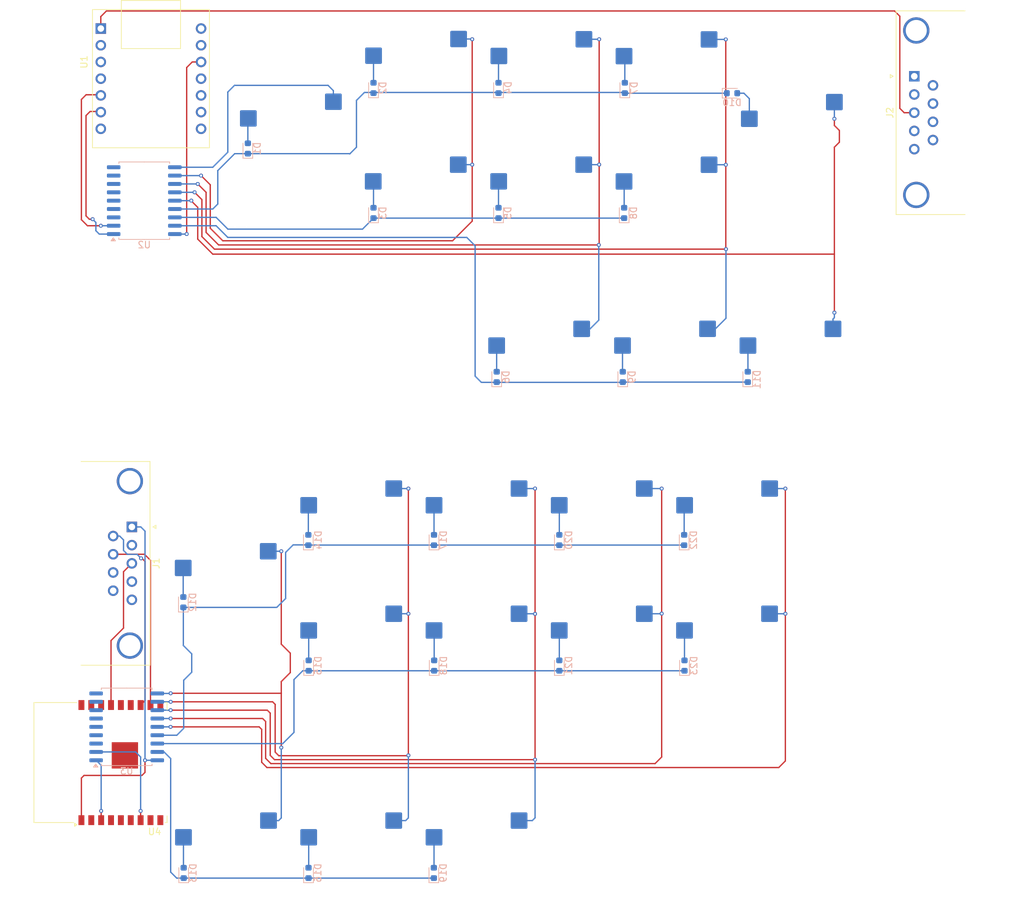
<source format=kicad_pcb>
(kicad_pcb (version 20240108) (generator "pcbnew") (generator_version "8.0")
  (layers (0 "F.Cu" signal) (31 "B.Cu" signal) (34 "B.Paste" user) (35 "F.Paste" user) (36 "B.SilkS" user "B.Silkscreen") (37 "F.SilkS" user "F.Silkscreen") (38 "B.Mask" user) (39 "F.Mask" user) (44 "Edge.Cuts" user))
  (net 0 "")
  (net 1 "Net-(D1-A)")
  (net 2 "Net-(D2-A)")
  (net 3 "Net-(D3-A)")
  (net 4 "Net-(D4-A)")
  (net 5 "Net-(D5-A)")
  (net 6 "Net-(D6-A)")
  (net 7 "Net-(D7-A)")
  (net 8 "Net-(D8-A)")
  (net 9 "Net-(D9-A)")
  (net 10 "Net-(D10-A)")
  (net 11 "Net-(D11-A)")
  (net 21 "/Left Half/ROW-0")
  (net 22 "/Left Half/ROW-1")
  (net 23 "/Left Half/ROW-2")
  (net 24 "Net-(D12-A)")
  (net 25 "Net-(D13-A)")
  (net 26 "Net-(D14-A)")
  (net 27 "Net-(D15-A)")
  (net 28 "Net-(D16-A)")
  (net 29 "Net-(D17-A)")
  (net 30 "Net-(D18-A)")
  (net 31 "Net-(D19-A)")
  (net 32 "Net-(D20-A)")
  (net 33 "Net-(D21-A)")
  (net 34 "Net-(D22-A)")
  (net 35 "/RIGHT-P6")
  (net 36 "/RIGHT-P9")
  (net 37 "/RIGHT-P1")
  (net 38 "/RIGHT-P3")
  (net 39 "/RIGHT-P7")
  (net 40 "/RIGHT-P8")
  (net 41 "/RIGHT-P4")
  (net 42 "/RIGHT-P2")
  (net 43 "/LEFT-P7")
  (net 44 "/LEFT-P6")
  (net 45 "/LEFT-P8")
  (net 46 "/LEFT-P9")
  (net 47 "/LEFT-P4")
  (net 48 "/LEFT-P3")
  (net 49 "/LEFT-P2")
  (net 50 "/LEFT-P1")
  (net 51 "/Left Half/COL-0")
  (net 52 "/Left Half/COL-1")
  (net 53 "/Left Half/COL-2")
  (net 54 "/Left Half/COL-3")
  (net 55 "/Left Half/COL-4")
  (net 59 "/Right Half/ROW-0")
  (net 60 "/Right Half/ROW-1")
  (net 61 "/Right Half/ROW-2")
  (net 62 "/Right Half/COL-0")
  (net 63 "/Right Half/COL-1")
  (net 64 "/Right Half/COL-2")
  (net 65 "/Right Half/COL-3")
  (net 66 "/Right Half/COL-4")
  (net 67 "Net-(D23-A)")
  (net 68 "/RIGHT-P0")
  (net 78 "Net-(U1-PA8_A4_D4_SDA)")
  (net 79 "Net-(U1-PA9_A5_D5_SCL)")
  (net 80 "Net-(U3-SDA)")
  (net 81 "Net-(U3-SCL)")
  (net 82 "/LEFT-P5")
  (footprint "Connector_Dsub:DSUB-9_Female_Horizontal_P2.77x2.84mm_EdgePinOffset4.94mm_Housed_MountingHolesOffset7.48mm" (layer "F.Cu") (at 139.4 24.523 90)
    (property "Reference" "J2")
    (property "Value" "DE9_Receptacle")
  )
  (footprint "Connector_Dsub:DSUB-9_Male_Horizontal_P2.77x2.84mm_EdgePinOffset4.94mm_Housed_MountingHolesOffset7.48mm" (layer "F.Cu") (at 20.4676 93.0268 -90)
    (property "Reference" "J1")
    (property "Value" "DE9_Plug")
  )
  (footprint "Seeed_XIAO_RP2040:MOUDLE14P-2.54-21X17.8MM" (layer "F.Cu") (at 23.368 24.892 90)
    (property "Reference" "U1")
    (property "Value" "Seeed_XIAO_RP2040")
  )
  (footprint "RF_Module:ESP-WROOM-02" (layer "F.Cu") (at 18.8 128.85 90)
    (property "Reference" "U4")
    (property "Value" "ESP-WROOM-02")
  )
  (footprint "Diode_SMD:D_0603_1608Metric" (layer "B.Cu") (at 38.1 35.5 90)
    (property "Reference" "D1")
    (property "Value" "D")
  )
  (footprint "Diode_SMD:D_0603_1608Metric" (layer "B.Cu") (at 85.4456 114.1022 90)
    (property "Reference" "D21")
    (property "Value" "D")
  )
  (footprint "Diode_SMD:D_0603_1608Metric" (layer "B.Cu") (at 76.2 26.3 90)
    (property "Reference" "D4")
    (property "Value" "D")
  )
  (footprint "Diode_SMD:D_0603_1608Metric" (layer "B.Cu") (at 95.4 26.3 90)
    (property "Reference" "D7")
    (property "Value" "D")
  )
  (footprint "MX_Hotswap:MX-Hotswap-1U" (layer "B.Cu") (at 102.362 43.053 180)
    (property "Reference" "SW8")
    (property "Value" "SW_Push")
  )
  (footprint "Diode_SMD:D_0603_1608Metric" (layer "B.Cu") (at 75.925 70.2252 90)
    (property "Reference" "D6")
    (property "Value" "D")
  )
  (footprint "Package_SO:SOIC-18W_7.5x11.6mm_P1.27mm" (layer "B.Cu") (at 22.352 43.434)
    (property "Reference" "U2")
    (property "Value" "MCP23008-xSO")
  )
  (footprint "MX_Hotswap:MX-Hotswap-1U" (layer "B.Cu") (at 102.362 24.003 180)
    (property "Reference" "SW7")
    (property "Value" "SW_Push")
  )
  (footprint "MX_Hotswap:MX-Hotswap-1U" (layer "B.Cu") (at 92.5168 111.3028 180)
    (property "Reference" "SW21")
    (property "Value" "SW_Push")
  )
  (footprint "Diode_SMD:D_0603_1608Metric" (layer "B.Cu") (at 95.3 45.3 90)
    (property "Reference" "D8")
    (property "Value" "D")
  )
  (footprint "Diode_SMD:D_0603_1608Metric" (layer "B.Cu") (at 47.2948 95.0214 90)
    (property "Reference" "D14")
    (property "Value" "D")
  )
  (footprint "Package_SO:SOIC-18W_7.5x11.6mm_P1.27mm" (layer "B.Cu") (at 19.6832 123.4186)
    (property "Reference" "U3")
    (property "Value" "MCP23008-xSO")
  )
  (footprint "MX_Hotswap:MX-Hotswap-1U" (layer "B.Cu") (at 54.4322 92.273 180)
    (property "Reference" "SW14")
    (property "Value" "SW_Push")
  )
  (footprint "MX_Hotswap:MX-Hotswap-1U" (layer "B.Cu") (at 73.4822 142.7428 180)
    (property "Reference" "SW19")
    (property "Value" "SW_Push")
  )
  (footprint "Diode_SMD:D_0603_1608Metric" (layer "B.Cu") (at 76.2 45.3 90)
    (property "Reference" "D5")
    (property "Value" "D")
  )
  (footprint "MX_Hotswap:MX-Hotswap-1U" (layer "B.Cu") (at 54.4322 142.7428 180)
    (property "Reference" "SW16")
    (property "Value" "SW_Push")
  )
  (footprint "MX_Hotswap:MX-Hotswap-2U-Vertical" (layer "B.Cu") (at 121.412 33.528 180)
    (property "Reference" "SW10")
    (property "Value" "SW_Push")
  )
  (footprint "MX_Hotswap:MX-Hotswap-1U" (layer "B.Cu") (at 83.31 43.04 180)
    (property "Reference" "SW5")
    (property "Value" "SW_Push")
  )
  (footprint "Diode_SMD:D_0603_1608Metric" (layer "B.Cu") (at 57.2 26.3 90)
    (property "Reference" "D2")
    (property "Value" "D")
  )
  (footprint "Diode_SMD:D_0603_1608Metric" (layer "B.Cu") (at 85.4456 95.0214 90)
    (property "Reference" "D20")
    (property "Value" "D")
  )
  (footprint "MX_Hotswap:MX-Hotswap-1U" (layer "B.Cu") (at 121.2 68 180)
    (property "Reference" "SW11")
    (property "Value" "SW_Push")
  )
  (footprint "Diode_SMD:D_0603_1608Metric" (layer "B.Cu") (at 95.0875 70.2252 90)
    (property "Reference" "D9")
    (property "Value" "D")
  )
  (footprint "MX_Hotswap:MX-Hotswap-1U" (layer "B.Cu") (at 83 68 180)
    (property "Reference" "SW6")
    (property "Value" "SW_Push")
  )
  (footprint "MX_Hotswap:MX-Hotswap-1U" (layer "B.Cu") (at 73.4822 111.3028 180)
    (property "Reference" "SW18")
    (property "Value" "SW_Push")
  )
  (footprint "Diode_SMD:D_0603_1608Metric" (layer "B.Cu") (at 66.421 114.1022 90)
    (property "Reference" "D18")
    (property "Value" "D")
  )
  (footprint "Diode_SMD:D_0603_1608Metric" (layer "B.Cu") (at 47.3202 145.6182 90)
    (property "Reference" "D16")
    (property "Value" "D")
  )
  (footprint "Diode_SMD:D_0603_1608Metric" (layer "B.Cu") (at 104.4194 95.0214 90)
    (property "Reference" "D22")
    (property "Value" "D")
  )
  (footprint "MX_Hotswap:MX-Hotswap-1U" (layer "B.Cu") (at 111.5722 92.273 180)
    (property "Reference" "SW22")
    (property "Value" "SW_Push")
  )
  (footprint "Diode_SMD:D_0603_1608Metric" (layer "B.Cu") (at 66.3956 95.0214 90)
    (property "Reference" "D17")
    (property "Value" "D")
  )
  (footprint "MX_Hotswap:MX-Hotswap-1U" (layer "B.Cu") (at 35.3976 142.7428 180)
    (property "Reference" "SW13")
    (property "Value" "SW_Push")
  )
  (footprint "Diode_SMD:D_0603_1608Metric" (layer "B.Cu") (at 47.3456 114.1022 90)
    (property "Reference" "D15")
    (property "Value" "D")
  )
  (footprint "Diode_SMD:D_0603_1608Metric" (layer "B.Cu") (at 28.2956 104.4702 90)
    (property "Reference" "D12")
    (property "Value" "D")
  )
  (footprint "MX_Hotswap:MX-Hotswap-1U" (layer "B.Cu") (at 92.5168 92.273 180)
    (property "Reference" "SW20")
    (property "Value" "SW_Push")
  )
  (footprint "MX_Hotswap:MX-Hotswap-1U" (layer "B.Cu") (at 64.242 43.04 180)
    (property "Reference" "SW3")
    (property "Value" "SW_Push")
  )
  (footprint "MX_Hotswap:MX-Hotswap-1U" (layer "B.Cu") (at 111.5568 111.3028 180)
    (property "Reference" "SW23")
    (property "Value" "SW_Push")
  )
  (footprint "Diode_SMD:D_0603_1608Metric" (layer "B.Cu") (at 66.3702 145.6182 90)
    (property "Reference" "D19")
    (property "Value" "D")
  )
  (footprint "Diode_SMD:D_0603_1608Metric" (layer "B.Cu") (at 57.2 45.3 90)
    (property "Reference" "D3")
    (property "Value" "D")
  )
  (footprint "MX_Hotswap:MX-Hotswap-1U" (layer "B.Cu") (at 102.133 67.9932 180)
    (property "Reference" "SW9")
    (property "Value" "SW_Push")
  )
  (footprint "MX_Hotswap:MX-Hotswap-1U" (layer "B.Cu") (at 64.29 23.94 180)
    (property "Reference" "SW2")
    (property "Value" "SW_Push")
  )
  (footprint "MX_Hotswap:MX-Hotswap-2U-Vertical-ReversedStabilizers" (layer "B.Cu") (at 35.3568 101.8032 180)
    (property "Reference" "SW12")
    (property "Value" "SW_Push")
  )
  (footprint "Diode_SMD:D_0603_1608Metric" (layer "B.Cu") (at 104.4702 114.1022 90)
    (property "Reference" "D23")
    (property "Value" "D")
  )
  (footprint "MX_Hotswap:MX-Hotswap-1U" (layer "B.Cu") (at 83.34 23.98 180)
    (property "Reference" "SW4")
    (property "Value" "SW_Push")
  )
  (footprint "Diode_SMD:D_0603_1608Metric" (layer "B.Cu") (at 114.0875 70.2252 90)
    (property "Reference" "D11")
    (property "Value" "D")
  )
  (footprint "Diode_SMD:D_0603_1608Metric" (layer "B.Cu") (at 28.3464 145.6182 90)
    (property "Reference" "D13")
    (property "Value" "D")
  )
  (footprint "Diode_SMD:D_0603_1608Metric" (layer "B.Cu") (at 111.7 27.1)
    (property "Reference" "D10")
    (property "Value" "D")
  )
  (footprint "MX_Hotswap:MX-Hotswap-1U" (layer "B.Cu") (at 73.4822 92.273 180)
    (property "Reference" "SW17")
    (property "Value" "SW_Push")
  )
  (footprint "MX_Hotswap:MX-Hotswap-1U" (layer "B.Cu") (at 54.4322 111.3028 180)
    (property "Reference" "SW15")
    (property "Value" "SW_Push")
  )
  (footprint "MX_Hotswap:MX-Hotswap-2U-Vertical-ReversedStabilizers" (layer "B.Cu") (at 45.258 33.472 180)
    (property "Reference" "SW1")
    (property "Value" "SW_Push")
  )
  (segment (start 38.1 31.005) (end 38.173 30.932) (width 0.2) (layer "B.Cu") (net 1))
  (segment (start 38.1 34.7125) (end 38.1 31.005) (width 0.2) (layer "B.Cu") (net 1))
  (segment (start 57.2 25.3125) (end 57.2 21.405) (width 0.2) (layer "B.Cu") (net 2))
  (segment (start 57.2 21.405) (end 57.205 21.4) (width 0.2) (layer "B.Cu") (net 2))
  (segment (start 57.2 40.543) (end 57.157 40.5) (width 0.2) (layer "B.Cu") (net 3))
  (segment (start 57.2 44.5125) (end 57.2 40.543) (width 0.2) (layer "B.Cu") (net 3))
  (segment (start 76.2 21.495) (end 76.255 21.44) (width 0.2) (layer "B.Cu") (net 4))
  (segment (start 76.2 25.4125) (end 76.2 21.495) (width 0.2) (layer "B.Cu") (net 4))
  (segment (start 76.2 44.5125) (end 76.2 40.525) (width 0.2) (layer "B.Cu") (net 5))
  (segment (start 76.2 40.525) (end 76.225 40.5) (width 0.2) (layer "B.Cu") (net 5))
  (segment (start 75.915 69.4677) (end 75.925 69.4777) (width 0.2) (layer "B.Cu") (net 6))
  (segment (start 75.915 65.46) (end 75.915 69.4677) (width 0.2) (layer "B.Cu") (net 6))
  (segment (start 95.4 21.586) (end 95.277 21.463) (width 0.2) (layer "B.Cu") (net 7))
  (segment (start 95.4 25.5125) (end 95.4 21.586) (width 0.2) (layer "B.Cu") (net 7))
  (segment (start 95.3 40.536) (end 95.277 40.513) (width 0.2) (layer "B.Cu") (net 8))
  (segment (start 95.3 44.4125) (end 95.3 40.536) (width 0.2) (layer "B.Cu") (net 8))
  (segment (start 95.048 65.4532) (end 95.048 69.3982) (width 0.2) (layer "B.Cu") (net 9))
  (segment (start 95.048 69.3982) (end 95.0875 69.4377) (width 0.2) (layer "B.Cu") (net 9))
  (segment (start 114.327 27.927) (end 114.327 30.988) (width 0.2) (layer "B.Cu") (net 10))
  (segment (start 112.4875 27.1) (end 113.5 27.1) (width 0.2) (layer "B.Cu") (net 10))
  (segment (start 113.5 27.1) (end 114.327 27.927) (width 0.2) (layer "B.Cu") (net 10))
  (segment (start 114.115 69.4102) (end 114.0875 69.4377) (width 0.2) (layer "B.Cu") (net 11))
  (segment (start 114.115 65.46) (end 114.115 69.4102) (width 0.2) (layer "B.Cu") (net 11))
  (segment (start 54.61 35.306) (end 53.594 36.322) (width 0.2) (layer "B.Cu") (net 21))
  (segment (start 76.2 26.9875) (end 95.3 26.9875) (width 0.2) (layer "B.Cu") (net 21))
  (segment (start 95.3 26.9875) (end 95.4 27.0875) (width 0.2) (layer "B.Cu") (net 21))
  (segment (start 55.8165 26.9875) (end 54.61 28.194) (width 0.2) (layer "B.Cu") (net 21))
  (segment (start 32.766 44.704) (end 27.002 44.704) (width 0.2) (layer "B.Cu") (net 21))
  (segment (start 33.528 43.942) (end 32.766 44.704) (width 0.2) (layer "B.Cu") (net 21))
  (segment (start 33.528 38.862) (end 33.528 43.942) (width 0.2) (layer "B.Cu") (net 21))
  (segment (start 57.2875 26.9875) (end 76.2 26.9875) (width 0.2) (layer "B.Cu") (net 21))
  (segment (start 57.2 26.9875) (end 55.8165 26.9875) (width 0.2) (layer "B.Cu") (net 21))
  (segment (start 36.1025 36.2875) (end 33.528 38.862) (width 0.2) (layer "B.Cu") (net 21))
  (segment (start 38.1 36.2875) (end 53.5595 36.2875) (width 0.2) (layer "B.Cu") (net 21))
  (segment (start 95.525 27.1) (end 110.9125 27.1) (width 0.2) (layer "B.Cu") (net 21))
  (segment (start 54.61 28.194) (end 54.61 35.306) (width 0.2) (layer "B.Cu") (net 21))
  (segment (start 95.4 27.0875) (end 95.5125 27.0875) (width 0.2) (layer "B.Cu") (net 21))
  (segment (start 95.5125 27.0875) (end 95.525 27.1) (width 0.2) (layer "B.Cu") (net 21))
  (segment (start 53.5595 36.2875) (end 53.594 36.322) (width 0.2) (layer "B.Cu") (net 21))
  (segment (start 38.1 36.2875) (end 36.1025 36.2875) (width 0.2) (layer "B.Cu") (net 21))
  (segment (start 76.2 46.0875) (end 95.3 46.0875) (width 0.2) (layer "B.Cu") (net 22))
  (segment (start 35.0579 47.7579) (end 55.5296 47.7579) (width 0.2) (layer "B.Cu") (net 22))
  (segment (start 27.002 45.974) (end 33.274 45.974) (width 0.2) (layer "B.Cu") (net 22))
  (segment (start 33.274 45.974) (end 35.0579 47.7579) (width 0.2) (layer "B.Cu") (net 22))
  (segment (start 57.2 46.0875) (end 76.2 46.0875) (width 0.2) (layer "B.Cu") (net 22))
  (segment (start 55.5296 47.7579) (end 57.2 46.0875) (width 0.2) (layer "B.Cu") (net 22))
  (segment (start 75.925 71.0527) (end 95.0475 71.0527) (width 0.2) (layer "B.Cu") (net 23))
  (segment (start 95.0875 71.0127) (end 113.8875 71.0127) (width 0.2) (layer "B.Cu") (net 23))
  (segment (start 95.0475 71.0527) (end 95.0875 71.0127) (width 0.2) (layer "B.Cu") (net 23))
  (segment (start 35.052 49.022) (end 71.374 49.022) (width 0.2) (layer "B.Cu") (net 23))
  (segment (start 72.644 70.104) (end 73.5927 71.0527) (width 0.2) (layer "B.Cu") (net 23))
  (segment (start 27.002 47.244) (end 33.274 47.244) (width 0.2) (layer "B.Cu") (net 23))
  (segment (start 33.274 47.244) (end 35.052 49.022) (width 0.2) (layer "B.Cu") (net 23))
  (segment (start 72.644 50.292) (end 72.644 70.104) (width 0.2) (layer "B.Cu") (net 23))
  (segment (start 73.5927 71.0527) (end 75.925 71.0527) (width 0.2) (layer "B.Cu") (net 23))
  (segment (start 71.374 49.022) (end 72.644 50.292) (width 0.2) (layer "B.Cu") (net 23))
  (segment (start 28.2718 99.2632) (end 28.2718 103.6589) (width 0.2) (layer "B.Cu") (net 24))
  (segment (start 28.2718 103.6589) (end 28.2956 103.6827) (width 0.2) (layer "B.Cu") (net 24))
  (segment (start 28.3126 140.2028) (end 28.3126 144.7969) (width 0.2) (layer "B.Cu") (net 25))
  (segment (start 28.3126 144.7969) (end 28.3464 144.8307) (width 0.2) (layer "B.Cu") (net 25))
  (segment (start 47.2948 94.1069) (end 47.2948 89.77) (width 0.2) (layer "B.Cu") (net 26))
  (segment (start 47.2948 89.77) (end 47.3318 89.733) (width 0.2) (layer "B.Cu") (net 26))
  (segment (start 47.3472 108.7628) (end 47.3472 113.3131) (width 0.2) (layer "B.Cu") (net 27))
  (segment (start 47.3472 113.3131) (end 47.3456 113.3147) (width 0.2) (layer "B.Cu") (net 27))
  (segment (start 47.3472 144.8037) (end 47.3202 144.8307) (width 0.2) (layer "B.Cu") (net 28))
  (segment (start 47.3472 140.2028) (end 47.3472 144.8037) (width 0.2) (layer "B.Cu") (net 28))
  (segment (start 66.3972 94.2323) (end 66.3956 94.2339) (width 0.2) (layer "B.Cu") (net 29))
  (segment (start 66.3956 89.739) (end 66.3972 89.7374) (width 0.2) (layer "B.Cu") (net 29))
  (segment (start 66.3972 89.733) (end 66.3972 94.2323) (width 0.2) (layer "B.Cu") (net 29))
  (segment (start 66.421 108.7866) (end 66.3972 108.7628) (width 0.2) (layer "B.Cu") (net 30))
  (segment (start 66.421 113.3147) (end 66.421 108.7866) (width 0.2) (layer "B.Cu") (net 30))
  (segment (start 66.3972 140.2028) (end 66.3972 144.8037) (width 0.2) (layer "B.Cu") (net 31))
  (segment (start 66.3972 144.8037) (end 66.3702 144.8307) (width 0.2) (layer "B.Cu") (net 31))
  (segment (start 85.4456 94.2339) (end 85.4456 89.7468) (width 0.2) (layer "B.Cu") (net 32))
  (segment (start 85.4456 89.7468) (end 85.4318 89.733) (width 0.2) (layer "B.Cu") (net 32))
  (segment (start 85.4456 113.3147) (end 85.4456 108.7766) (width 0.2) (layer "B.Cu") (net 33))
  (segment (start 85.4456 108.7766) (end 85.4318 108.7628) (width 0.2) (layer "B.Cu") (net 33))
  (segment (start 104.4194 89.8008) (end 104.4872 89.733) (width 0.2) (layer "B.Cu") (net 34))
  (segment (start 104.4194 94.2339) (end 104.4194 89.8008) (width 0.2) (layer "B.Cu") (net 34))
  (segment (start 21.8 120.1) (end 22.4676 119.4324) (width 0.2) (layer "F.Cu") (net 35))
  (segment (start 22.4676 119.4324) (end 22.4676 98.2676) (width 0.2) (layer "F.Cu") (net 35))
  (segment (start 22 97.8) (end 21.8676 97.8) (width 0.2) (layer "F.Cu") (net 35))
  (segment (start 22.4676 98.2676) (end 22 97.8) (width 0.2) (layer "F.Cu") (net 35))
  (via (at 21.8676 97.8) (size 0.6) (drill 0.3) (layers "F.Cu" "B.Cu") (net 35))
  (segment (start 19.2 96.6) (end 19.2 95) (width 0.2) (layer "B.Cu") (net 35))
  (segment (start 18.6118 94.4118) (end 17.6276 94.4118) (width 0.2) (layer "B.Cu") (net 35))
  (segment (start 21.2676 97.2) (end 19.8 97.2) (width 0.2) (layer "B.Cu") (net 35))
  (segment (start 19.8 97.2) (end 19.2 96.6) (width 0.2) (layer "B.Cu") (net 35))
  (segment (start 19.2 95) (end 18.6118 94.4118) (width 0.2) (layer "B.Cu") (net 35))
  (segment (start 21.8676 97.8) (end 21.2676 97.2) (width 0.2) (layer "B.Cu") (net 35))
  (segment (start 22.467365 128.4986) (end 22.467365 129.132635) (width 0.2) (layer "F.Cu") (net 37))
  (segment (start 13.2 130.8) (end 12.8 131.2) (width 0.2) (layer "F.Cu") (net 37))
  (segment (start 22 130.8) (end 13.2 130.8) (width 0.2) (layer "F.Cu") (net 37))
  (segment (start 22.463038 130.336962) (end 22 130.8) (width 0.2) (layer "F.Cu") (net 37))
  (segment (start 12.8 131.2) (end 12.8 137.6) (width 0.2) (layer "F.Cu") (net 37))
  (segment (start 22.463038 129.136962) (end 22.463038 130.336962) (width 0.2) (layer "F.Cu") (net 37))
  (segment (start 22.467365 129.132635) (end 22.463038 129.136962) (width 0.2) (layer "F.Cu") (net 37))
  (via (at 22.467365 128.4986) (size 0.6) (drill 0.3) (layers "F.Cu" "B.Cu") (net 37))
  (segment (start 20.4676 93.0268) (end 21.8268 93.0268) (width 0.2) (layer "B.Cu") (net 37))
  (segment (start 22.4676 93.6676) (end 22.4676 128.498365) (width 0.2) (layer "B.Cu") (net 37))
  (segment (start 22.4676 128.498365) (end 22.467365 128.4986) (width 0.2) (layer "B.Cu") (net 37))
  (segment (start 21.8268 93.0268) (end 22.4676 93.6676) (width 0.2) (layer "B.Cu") (net 37))
  (segment (start 22.467365 128.4986) (end 24.3332 128.4986) (width 0.2) (layer "B.Cu") (net 37))
  (segment (start 19.2 99.8344) (end 20.4676 98.5668) (width 0.2) (layer "F.Cu") (net 38))
  (segment (start 17.3 110.3) (end 19.2 108.4) (width 0.2) (layer "F.Cu") (net 38))
  (segment (start 17.3 120.1) (end 17.3 110.3) (width 0.2) (layer "F.Cu") (net 38))
  (segment (start 19.2 108.4) (end 19.2 99.8344) (width 0.2) (layer "F.Cu") (net 38))
  (segment (start 22.3818 97.1818) (end 17.6276 97.1818) (width 0.2) (layer "F.Cu") (net 39))
  (segment (start 23.3 120.1) (end 23.3 98.1) (width 0.2) (layer "F.Cu") (net 39))
  (segment (start 23.3 98.1) (end 22.3818 97.1818) (width 0.2) (layer "F.Cu") (net 39))
  (segment (start 15.748 17.272) (end 15.748 15.452) (width 0.2) (layer "F.Cu") (net 48))
  (segment (start 15.748 15.452) (end 16.6 14.6) (width 0.2) (layer "F.Cu") (net 48))
  (segment (start 136.4 14.6) (end 137.2 15.4) (width 0.2) (layer "F.Cu") (net 48))
  (segment (start 16.6 14.6) (end 136.4 14.6) (width 0.2) (layer "F.Cu") (net 48))
  (segment (start 137.863 30.063) (end 139.4 30.063) (width 0.2) (layer "F.Cu") (net 48))
  (segment (start 137.2 29.4) (end 137.863 30.063) (width 0.2) (layer "F.Cu") (net 48))
  (segment (start 137.2 15.4) (end 137.2 29.4) (width 0.2) (layer "F.Cu") (net 48))
  (segment (start 28.797156 48.507215) (end 28.8 48.504371) (width 0.2) (layer "F.Cu") (net 50))
  (segment (start 28.8 48.504371) (end 28.8 23.2) (width 0.2) (layer "F.Cu") (net 50))
  (segment (start 28.8 23.2) (end 29.648 22.352) (width 0.2) (layer "F.Cu") (net 50))
  (segment (start 29.648 22.352) (end 30.988 22.352) (width 0.2) (layer "F.Cu") (net 50))
  (via (at 28.797156 48.507215) (size 0.6) (drill 0.3) (layers "F.Cu" "B.Cu") (net 50))
  (segment (start 28.790371 48.514) (end 27.002 48.514) (width 0.2) (layer "B.Cu") (net 50))
  (segment (start 28.797156 48.507215) (end 28.790371 48.514) (width 0.2) (layer "B.Cu") (net 50))
  (segment (start 51.1 26.716) (end 51.1 28.392) (width 0.2) (layer "B.Cu") (net 51))
  (segment (start 27.002 38.354) (end 32.766 38.354) (width 0.2) (layer "B.Cu") (net 51))
  (segment (start 36.068 25.908) (end 50.292 25.908) (width 0.2) (layer "B.Cu") (net 51))
  (segment (start 35.052 26.924) (end 36.068 25.908) (width 0.2) (layer "B.Cu") (net 51))
  (segment (start 32.766 38.354) (end 35.052 36.068) (width 0.2) (layer "B.Cu") (net 51))
  (segment (start 35.052 36.068) (end 35.052 26.924) (width 0.2) (layer "B.Cu") (net 51))
  (segment (start 50.292 25.908) (end 51.1 26.716) (width 0.2) (layer "B.Cu") (net 51))
  (segment (start 32.385 47.625) (end 32.385 41.021) (width 0.2) (layer "F.Cu") (net 52))
  (segment (start 32.385 41.021) (end 30.988 39.624) (width 0.2) (layer "F.Cu") (net 52))
  (segment (start 34.29 49.53) (end 32.385 47.625) (width 0.2) (layer "F.Cu") (net 52))
  (segment (start 72.2 37.96) (end 72.2 46.545) (width 0.2) (layer "F.Cu") (net 52))
  (segment (start 72.2 37.96) (end 72.2 18.9) (width 0.2) (layer "F.Cu") (net 52))
  (segment (start 69.215 49.53) (end 34.29 49.53) (width 0.2) (layer "F.Cu") (net 52))
  (segment (start 72.2 46.545) (end 69.215 49.53) (width 0.2) (layer "F.Cu") (net 52))
  (via (at 72.2 18.9) (size 0.6) (drill 0.3) (layers "F.Cu" "B.Cu") (net 52))
  (via (at 30.988 39.624) (size 0.6) (drill 0.3) (layers "F.Cu" "B.Cu") (net 52))
  (via (at 72.2 37.96) (size 0.6) (drill 0.3) (layers "F.Cu" "B.Cu") (net 52))
  (segment (start 30.988 39.624) (end 27.002 39.624) (width 0.2) (layer "B.Cu") (net 52))
  (segment (start 72.16 18.86) (end 72.2 18.9) (width 0.2) (layer "B.Cu") (net 52))
  (segment (start 70.132 18.86) (end 72.16 18.86) (width 0.2) (layer "B.Cu") (net 52))
  (segment (start 72.2 37.96) (end 70.084 37.96) (width 0.2) (layer "B.Cu") (net 52))
  (segment (start 91.44 50.165) (end 91.5 50.165) (width 0.2) (layer "F.Cu") (net 53))
  (segment (start 30.48 40.894) (end 31.75 42.164) (width 0.2) (layer "F.Cu") (net 53))
  (segment (start 91.5 37.95) (end 91.5 50.165) (width 0.2) (layer "F.Cu") (net 53))
  (segment (start 33.655 50.165) (end 91.44 50.165) (width 0.2) (layer "F.Cu") (net 53))
  (segment (start 31.75 42.164) (end 31.75 48.26) (width 0.2) (layer "F.Cu") (net 53))
  (segment (start 91.5 18.9) (end 91.5 37.95) (width 0.2) (layer "F.Cu") (net 53))
  (segment (start 31.75 48.26) (end 33.655 50.165) (width 0.2) (layer "F.Cu") (net 53))
  (via (at 91.44 50.165) (size 0.6) (drill 0.3) (layers "F.Cu" "B.Cu") (net 53))
  (via (at 91.5 18.9) (size 0.6) (drill 0.3) (layers "F.Cu" "B.Cu") (net 53))
  (via (at 30.48 40.894) (size 0.6) (drill 0.3) (layers "F.Cu" "B.Cu") (net 53))
  (via (at 91.5 37.95) (size 0.6) (drill 0.3) (layers "F.Cu" "B.Cu") (net 53))
  (segment (start 91.44 61.595) (end 90.115 62.92) (width 0.2) (layer "B.Cu") (net 53))
  (segment (start 27.002 40.894) (end 30.48 40.894) (width 0.2) (layer "B.Cu") (net 53))
  (segment (start 91.49 37.96) (end 89.152 37.96) (width 0.2) (layer "B.Cu") (net 53))
  (segment (start 89.182 18.9) (end 91.5 18.9) (width 0.2) (layer "B.Cu") (net 53))
  (segment (start 90.115 62.92) (end 88.842 62.92) (width 0.2) (layer "B.Cu") (net 53))
  (segment (start 91.44 50.165) (end 91.44 61.595) (width 0.2) (layer "B.Cu") (net 53))
  (segment (start 91.5 37.95) (end 91.49 37.96) (width 0.2) (layer "B.Cu") (net 53))
  (segment (start 110.744 18.923) (end 110.744 37.969) (width 0.2) (layer "F.Cu") (net 54))
  (segment (start 110.744 37.969) (end 110.75 37.975) (width 0.2) (layer "F.Cu") (net 54))
  (segment (start 31.115 48.895) (end 31.115 43.275) (width 0.2) (layer "F.Cu") (net 54))
  (segment (start 110.75 37.975) (end 110.75 50.775) (width 0.2) (layer "F.Cu") (net 54))
  (segment (start 110.75 50.775) (end 110.775 50.8) (width 0.2) (layer "F.Cu") (net 54))
  (segment (start 110.775 50.8) (end 33.02 50.8) (width 0.2) (layer "F.Cu") (net 54))
  (segment (start 31.115 43.275) (end 30 42.16) (width 0.2) (layer "F.Cu") (net 54))
  (segment (start 33.02 50.8) (end 31.115 48.895) (width 0.2) (layer "F.Cu") (net 54))
  (via (at 30 42.16) (size 0.6) (drill 0.3) (layers "F.Cu" "B.Cu") (net 54))
  (via (at 110.775 50.8) (size 0.6) (drill 0.3) (layers "F.Cu" "B.Cu") (net 54))
  (via (at 110.744 18.923) (size 0.6) (drill 0.3) (layers "F.Cu" "B.Cu") (net 54))
  (via (at 110.75 37.975) (size 0.6) (drill 0.3) (layers "F.Cu" "B.Cu") (net 54))
  (segment (start 110.775 50.8) (end 110.775 61.31) (width 0.2) (layer "B.Cu") (net 54))
  (segment (start 110.744 18.923) (end 108.204 18.923) (width 0.2) (layer "B.Cu") (net 54))
  (segment (start 27.002 42.164) (end 29.996 42.164) (width 0.2) (layer "B.Cu") (net 54))
  (segment (start 110.748 37.973) (end 108.204 37.973) (width 0.2) (layer "B.Cu") (net 54))
  (segment (start 110.75 37.975) (end 110.748 37.973) (width 0.2) (layer "B.Cu") (net 54))
  (segment (start 110.775 61.31) (end 109.1718 62.9132) (width 0.2) (layer "B.Cu") (net 54))
  (segment (start 109.1718 62.9132) (end 107.975 62.9132) (width 0.2) (layer "B.Cu") (net 54))
  (segment (start 29.996 42.164) (end 30 42.16) (width 0.2) (layer "B.Cu") (net 54))
  (segment (start 127.254 51.562) (end 127.254 60.452) (width 0.2) (layer "F.Cu") (net 55))
  (segment (start 30.48 49.276) (end 32.766 51.562) (width 0.2) (layer "F.Cu") (net 55))
  (segment (start 127.254 32.004) (end 127.254 30.988) (width 0.2) (layer "F.Cu") (net 55))
  (segment (start 128.016 34.544) (end 128.016 32.766) (width 0.2) (layer "F.Cu") (net 55))
  (segment (start 29.5 43.47) (end 30.48 44.45) (width 0.2) (layer "F.Cu") (net 55))
  (segment (start 32.766 51.562) (end 127.254 51.562) (width 0.2) (layer "F.Cu") (net 55))
  (segment (start 127.254 51.562) (end 127.254 35.306) (width 0.2) (layer "F.Cu") (net 55))
  (segment (start 128.016 32.766) (end 127.254 32.004) (width 0.2) (layer "F.Cu") (net 55))
  (segment (start 29.5 43.425) (end 29.5 43.47) (width 0.2) (layer "F.Cu") (net 55))
  (segment (start 30.48 44.45) (end 30.48 49.276) (width 0.2) (layer "F.Cu") (net 55))
  (segment (start 127.254 35.306) (end 128.016 34.544) (width 0.2) (layer "F.Cu") (net 55))
  (via (at 127.254 30.988) (size 0.6) (drill 0.3) (layers "F.Cu" "B.Cu") (net 55))
  (via (at 127.254 60.452) (size 0.6) (drill 0.3) (layers "F.Cu" "B.Cu") (net 55))
  (via (at 29.5 43.425) (size 0.6) (drill 0.3) (layers "F.Cu" "B.Cu") (net 55))
  (segment (start 29.491 43.434) (end 29.5 43.425) (width 0.2) (layer "B.Cu") (net 55))
  (segment (start 127.254 60.452) (end 127.254 61.214) (width 0.2) (layer "B.Cu") (net 55))
  (segment (start 127.254 30.988) (end 127.254 28.448) (width 0.2) (layer "B.Cu") (net 55))
  (segment (start 27.002 43.434) (end 29.491 43.434) (width 0.2) (layer "B.Cu") (net 55))
  (segment (start 127.042 61.426) (end 127.042 62.92) (width 0.2) (layer "B.Cu") (net 55))
  (segment (start 127.254 61.214) (end 127.042 61.426) (width 0.2) (layer "B.Cu") (net 55))
  (segment (start 43.8404 103.9114) (end 43.8404 96.901) (width 0.2) (layer "B.Cu") (net 59))
  (segment (start 47.2948 95.6819) (end 47.3963 95.7834) (width 0.2) (layer "B.Cu") (net 59))
  (segment (start 85.4456 95.7834) (end 104.4194 95.7834) (width 0.2) (layer "B.Cu") (net 59))
  (segment (start 85.4203 95.8088) (end 85.4456 95.7835) (width 0.2) (layer "B.Cu") (net 59))
  (segment (start 66.3703 95.7834) (end 66.3956 95.7581) (width 0.2) (layer "B.Cu") (net 59))
  (segment (start 42.4941 105.2577) (end 43.8404 103.9114) (width 0.2) (layer "B.Cu") (net 59))
  (segment (start 28.3464 116.332) (end 28.3464 123.6472) (width 0.2) (layer "B.Cu") (net 59))
  (segment (start 47.3963 95.7834) (end 66.3703 95.7834) (width 0.2) (layer "B.Cu") (net 59))
  (segment (start 28.2956 105.2577) (end 42.4941 105.2577) (width 0.2) (layer "B.Cu") (net 59))
  (segment (start 28.2956 105.2577) (end 28.2956 111.0488) (width 0.2) (layer "B.Cu") (net 59))
  (segment (start 28.3464 123.6472) (end 27.305 124.6886) (width 0.2) (layer "B.Cu") (net 59))
  (segment (start 43.8404 96.901) (end 44.9833 95.7581) (width 0.2) (layer "B.Cu") (net 59))
  (segment (start 29.5656 115.1128) (end 28.3464 116.332) (width 0.2) (layer "B.Cu") (net 59))
  (segment (start 29.5656 112.3188) (end 29.5656 115.1128) (width 0.2) (layer "B.Cu") (net 59))
  (segment (start 27.305 124.6886) (end 24.3332 124.6886) (width 0.2) (layer "B.Cu") (net 59))
  (segment (start 44.9833 95.7581) (end 47.2948 95.7581) (width 0.2) (layer "B.Cu") (net 59))
  (segment (start 66.4463 95.7834) (end 85.4203 95.7834) (width 0.2) (layer "B.Cu") (net 59))
  (segment (start 28.2956 111.0488) (end 29.5656 112.3188) (width 0.2) (layer "B.Cu") (net 59))
  (segment (start 66.3956 95.7581) (end 66.4463 95.8088) (width 0.2) (layer "B.Cu") (net 59))
  (segment (start 85.4456 114.8897) (end 66.421 114.8897) (width 0.2) (layer "B.Cu") (net 60))
  (segment (start 104.4702 114.8897) (end 85.4456 114.8897) (width 0.2) (layer "B.Cu") (net 60))
  (segment (start 66.421 114.8897) (end 47.3456 114.8897) (width 0.2) (layer "B.Cu") (net 60))
  (segment (start 43.3578 125.9586) (end 24.3332 125.9586) (width 0.2) (layer "B.Cu") (net 60))
  (segment (start 46.4511 114.8897) (end 45.1104 116.2304) (width 0.2) (layer "B.Cu") (net 60))
  (segment (start 45.1104 124.2568) (end 43.3832 125.984) (width 0.2) (layer "B.Cu") (net 60))
  (segment (start 47.3456 114.8897) (end 46.4511 114.8897) (width 0.2) (layer "B.Cu") (net 60))
  (segment (start 45.1104 116.2304) (end 45.1104 124.2568) (width 0.2) (layer "B.Cu") (net 60))
  (segment (start 43.3832 125.984) (end 43.3578 125.9586) (width 0.2) (layer "B.Cu") (net 60))
  (segment (start 26.3652 145.4912) (end 27.2797 146.4057) (width 0.2) (layer "B.Cu") (net 61))
  (segment (start 28.3464 146.4057) (end 47.3202 146.4057) (width 0.2) (layer "B.Cu") (net 61))
  (segment (start 47.3202 146.4057) (end 66.3702 146.4057) (width 0.2) (layer "B.Cu") (net 61))
  (segment (start 25.358199 127.2286) (end 26.3652 128.235601) (width 0.2) (layer "B.Cu") (net 61))
  (segment (start 26.3652 128.235601) (end 26.3652 145.4912) (width 0.2) (layer "B.Cu") (net 61))
  (segment (start 27.2797 146.4057) (end 28.3464 146.4057) (width 0.2) (layer "B.Cu") (net 61))
  (segment (start 24.3332 127.2286) (end 25.358199 127.2286) (width 0.2) (layer "B.Cu") (net 61))
  (segment (start 43.18 118.3132) (end 43.18 126.5586) (width 0.2) (layer "F.Cu") (net 62))
  (segment (start 26.3652 118.3132) (end 43.18 118.3132) (width 0.2) (layer "F.Cu") (net 62))
  (segment (start 43.18 116.5352) (end 44.5516 115.1636) (width 0.2) (layer "F.Cu") (net 62))
  (segment (start 44.5516 115.1636) (end 44.5516 112.2172) (width 0.2) (layer "F.Cu") (net 62))
  (segment (start 43.18 118.3132) (end 43.18 116.5352) (width 0.2) (layer "F.Cu") (net 62))
  (segment (start 43.18 110.8456) (end 43.18 96.7232) (width 0.2) (layer "F.Cu") (net 62))
  (segment (start 44.5516 112.2172) (end 43.18 110.8456) (width 0.2) (layer "F.Cu") (net 62))
  (via (at 43.18 126.5586) (size 0.6) (drill 0.3) (layers "F.Cu" "B.Cu") (net 62))
  (via (at 26.3652 118.3132) (size 0.6) (drill 0.3) (layers "F.Cu" "B.Cu") (net 62))
  (via (at 43.18 96.7232) (size 0.6) (drill 0.3) (layers "F.Cu" "B.Cu") (net 62))
  (segment (start 43.18 137.2616) (end 42.7788 137.6628) (width 0.2) (layer "B.Cu") (net 62))
  (segment (start 41.1988 96.7232) (end 43.18 96.7232) (width 0.2) (layer "B.Cu") (net 62))
  (segment (start 43.18 126.5586) (end 43.18 137.2616) (width 0.2) (layer "B.Cu") (net 62))
  (segment (start 26.3398 118.3386) (end 26.3652 118.3132) (width 0.2) (layer "B.Cu") (net 62))
  (segment (start 42.7788 137.6628) (end 41.2396 137.6628) (width 0.2) (layer "B.Cu") (net 62))
  (segment (start 24.3332 118.3386) (end 26.3398 118.3386) (width 0.2) (layer "B.Cu") (net 62))
  (segment (start 41.86 119.61) (end 26.37 119.61) (width 0.2) (layer "F.Cu") (net 63))
  (segment (start 62.5 87.2) (end 62.5 106.22) (width 0.2) (layer "F.Cu") (net 63))
  (segment (start 42.25 127.25) (end 42.25 120) (width 0.2) (layer "F.Cu") (net 63))
  (segment (start 62.5 127.75) (end 62.5 106.22) (width 0.2) (layer "F.Cu") (net 63))
  (segment (start 42.8 127.8) (end 42.25 127.25) (width 0.2) (layer "F.Cu") (net 63))
  (segment (start 42.25 120) (end 41.86 119.61) (width 0.2) (layer "F.Cu") (net 63))
  (segment (start 62.45 127.8) (end 42.8 127.8) (width 0.2) (layer "F.Cu") (net 63))
  (via (at 26.37 119.61) (size 0.6) (drill 0.3) (layers "F.Cu" "B.Cu") (net 63))
  (via (at 62.5 127.75) (size 0.6) (drill 0.3) (layers "F.Cu" "B.Cu") (net 63))
  (via (at 62.5 87.2) (size 0.6) (drill 0.3) (layers "F.Cu" "B.Cu") (net 63))
  (via (at 62.5 106.22) (size 0.6) (drill 0.3) (layers "F.Cu" "B.Cu") (net 63))
  (segment (start 62.5 127.75) (end 62.5 137.25) (width 0.2) (layer "B.Cu") (net 63))
  (segment (start 62.5 137.25) (end 62.0872 137.6628) (width 0.2) (layer "B.Cu") (net 63))
  (segment (start 62.5 106.22) (end 60.277 106.22) (width 0.2) (layer "B.Cu") (net 63))
  (segment (start 62.493 87.193) (end 62.5 87.2) (width 0.2) (layer "B.Cu") (net 63))
  (segment (start 60.277 106.22) (end 60.2742 106.2228) (width 0.2) (layer "B.Cu") (net 63))
  (segment (start 26.3686 119.6086) (end 26.37 119.61) (width 0.2) (layer "B.Cu") (net 63))
  (segment (start 24.3332 119.6086) (end 26.3686 119.6086) (width 0.2) (layer "B.Cu") (net 63))
  (segment (start 60.2742 87.193) (end 62.493 87.193) (width 0.2) (layer "B.Cu") (net 63))
  (segment (start 62.0872 137.6628) (end 60.2742 137.6628) (width 0.2) (layer "B.Cu") (net 63))
  (segment (start 81.755328 128.4) (end 81.755328 106.244672) (width 0.2) (layer "F.Cu") (net 64))
  (segment (start 41.055177 120.880177) (end 26.362784 120.880177) (width 0.2) (layer "F.Cu") (net 64))
  (segment (start 41.5 121.325) (end 41.055177 120.880177) (width 0.2) (layer "F.Cu") (net 64))
  (segment (start 42.15 128.4) (end 41.5 127.75) (width 0.2) (layer "F.Cu") (net 64))
  (segment (start 81.755328 87.191496) (end 81.755328 106.244672) (width 0.2) (layer "F.Cu") (net 64))
  (segment (start 41.5 127.75) (end 41.5 121.325) (width 0.2) (layer "F.Cu") (net 64))
  (segment (start 81.755328 128.4) (end 42.15 128.4) (width 0.2) (layer "F.Cu") (net 64))
  (segment (start 81.75 106.25) (end 81.755328 106.244672) (width 0.2) (layer "F.Cu") (net 64))
  (via (at 81.755328 87.191496) (size 0.6) (drill 0.3) (layers "F.Cu" "B.Cu") (net 64))
  (via (at 81.755328 128.4) (size 0.6) (drill 0.3) (layers "F.Cu" "B.Cu") (net 64))
  (via (at 81.755328 106.244672) (size 0.6) (drill 0.3) (layers "F.Cu" "B.Cu") (net 64))
  (via (at 26.362784 120.880177) (size 0.6) (drill 0.3) (layers "F.Cu" "B.Cu") (net 64))
  (segment (start 81.733456 106.2228) (end 81.755328 106.244672) (width 0.2) (layer "B.Cu") (net 64))
  (segment (start 79.3242 106.2228) (end 81.733456 106.2228) (width 0.2) (layer "B.Cu") (net 64))
  (segment (start 81.755328 128.4) (end 81.755328 137.244672) (width 0.2) (layer "B.Cu") (net 64))
  (segment (start 81.753824 87.193) (end 81.755328 87.191496) (width 0.2) (layer "B.Cu") (net 64))
  (segment (start 26.362784 120.880177) (end 25.880177 120.880177) (width 0.2) (layer "B.Cu") (net 64))
  (segment (start 81.3372 137.6628) (end 79.3242 137.6628) (width 0.2) (layer "B.Cu") (net 64))
  (segment (start 81.755328 137.244672) (end 81.3372 137.6628) (width 0.2) (layer "B.Cu") (net 64))
  (segment (start 25.8786 120.8786) (end 24.3332 120.8786) (width 0.2) (layer "B.Cu") (net 64))
  (segment (start 25.880177 120.880177) (end 25.8786 120.8786) (width 0.2) (layer "B.Cu") (net 64))
  (segment (start 79.3242 87.193) (end 81.753824 87.193) (width 0.2) (layer "B.Cu") (net 64))
  (segment (start 101 128) (end 101 106.2) (width 0.2) (layer "F.Cu") (net 65))
  (segment (start 101 87.2) (end 101 106.2) (width 0.2) (layer "F.Cu") (net 65))
  (segment (start 40.8 128.2) (end 41.6 129) (width 0.2) (layer "F.Cu") (net 65))
  (segment (start 26.36064 122.146192) (end 40.346192 122.146192) (width 0.2) (layer "F.Cu") (net 65))
  (segment (start 41.6 129) (end 100 129) (width 0.2) (layer "F.Cu") (net 65))
  (segment (start 40.8 122.6) (end 40.8 128.2) (width 0.2) (layer "F.Cu") (net 65))
  (segment (start 40.346192 122.146192) (end 40.8 122.6) (width 0.2) (layer "F.Cu") (net 65))
  (segment (start 100 129) (end 101 128) (width 0.2) (layer "F.Cu") (net 65))
  (via (at 26.36064 122.146192) (size 0.6) (drill 0.3) (layers "F.Cu" "B.Cu") (net 65))
  (via (at 101 106.2) (size 0.6) (drill 0.3) (layers "F.Cu" "B.Cu") (net 65))
  (via (at 101 87.2) (size 0.6) (drill 0.3) (layers "F.Cu" "B.Cu") (net 65))
  (segment (start 100.993 87.193) (end 101 87.2) (width 0.2) (layer "B.Cu") (net 65))
  (segment (start 98.3588 87.193) (end 100.993 87.193) (width 0.2) (layer "B.Cu") (net 65))
  (segment (start 100.9772 106.2228) (end 98.3588 106.2228) (width 0.2) (layer "B.Cu") (net 65))
  (segment (start 24.3332 122.1486) (end 26.358232 122.1486) (width 0.2) (layer "B.Cu") (net 65))
  (segment (start 26.358232 122.1486) (end 26.36064 122.146192) (width 0.2) (layer "B.Cu") (net 65))
  (segment (start 101 106.2) (end 100.9772 106.2228) (width 0.2) (layer "B.Cu") (net 65))
  (segment (start 40.2 128.8) (end 40.2 123.8) (width 0.2) (layer "F.Cu") (net 66))
  (segment (start 119.803669 128.596331) (end 118.8 129.6) (width 0.2) (layer "F.Cu") (net 66))
  (segment (start 119.803669 106.222016) (end 119.803669 128.596331) (width 0.2) (layer "F.Cu") (net 66))
  (segment (start 118.8 129.6) (end 41 129.6) (width 0.2) (layer "F.Cu") (net 66))
  (segment (start 119.8 87.2) (end 119.8 106.218347) (width 0.2) (layer "F.Cu") (net 66))
  (segment (start 119.8 106.218347) (end 119.803669 106.222016) (width 0.2) (layer "F.Cu") (net 66))
  (segment (start 40.2 123.8) (end 39.819754 123.419754) (width 0.2) (layer "F.Cu") (net 66))
  (segment (start 41 129.6) (end 40.2 128.8) (width 0.2) (layer "F.Cu") (net 66))
  (segment (start 39.819754 123.419754) (end 26.350613 123.419754) (width 0.2) (layer "F.Cu") (net 66))
  (via (at 119.803669 106.222016) (size 0.6) (drill 0.3) (layers "F.Cu" "B.Cu") (net 66))
  (via (at 119.8 87.2) (size 0.6) (drill 0.3) (layers "F.Cu" "B.Cu") (net 66))
  (via (at 26.350613 123.419754) (size 0.6) (drill 0.3) (layers "F.Cu" "B.Cu") (net 66))
  (segment (start 117.4142 87.193) (end 119.793 87.193) (width 0.2) (layer "B.Cu") (net 66))
  (segment (start 24.3332 123.4186) (end 26.349459 123.4186) (width 0.2) (layer "B.Cu") (net 66))
  (segment (start 119.802885 106.2228) (end 117.3988 106.2228) (width 0.2) (layer "B.Cu") (net 66))
  (segment (start 119.803669 106.222016) (end 119.802885 106.2228) (width 0.2) (layer "B.Cu") (net 66))
  (segment (start 119.793 87.193) (end 119.8 87.2) (width 0.2) (layer "B.Cu") (net 66))
  (segment (start 26.349459 123.4186) (end 26.350613 123.419754) (width 0.2) (layer "B.Cu") (net 66))
  (segment (start 104.4702 108.7644) (end 104.4718 108.7628) (width 0.2) (layer "B.Cu") (net 67))
  (segment (start 104.4702 113.3147) (end 104.4702 108.7644) (width 0.2) (layer "B.Cu") (net 67))
  (segment (start 13.716 47.244) (end 15.748 47.244) (width 0.2) (layer "F.Cu") (net 78))
  (segment (start 12.8 46.328) (end 13.716 47.244) (width 0.2) (layer "F.Cu") (net 78))
  (segment (start 12.8 28.05) (end 12.8 46.328) (width 0.2) (layer "F.Cu") (net 78))
  (segment (start 15.2855 27.337) (end 13.513 27.337) (width 0.2) (layer "F.Cu") (net 78))
  (segment (start 13.513 27.337) (end 12.8 28.05) (width 0.2) (layer "F.Cu") (net 78))
  (via (at 15.748 47.244) (size 0.6) (drill 0.3) (layers "F.Cu" "B.Cu") (net 78))
  (segment (start 15.748 47.244) (end 17.702 47.244) (width 0.2) (layer "B.Cu") (net 78))
  (segment (start 13.5 45.75) (end 13.5 30.5) (width 0.2) (layer "F.Cu") (net 79))
  (segment (start 14 46.25) (end 13.5 45.75) (width 0.2) (layer "F.Cu") (net 79))
  (segment (start 13.5 30.5) (end 14.123 29.877) (width 0.2) (layer "F.Cu") (net 79))
  (segment (start 14.123 29.877) (end 15.2855 29.877) (width 0.2) (layer "F.Cu") (net 79))
  (segment (start 14.5 46.25) (end 14 46.25) (width 0.2) (layer "F.Cu") (net 79))
  (via (at 14.5 46.25) (size 0.6) (drill 0.3) (layers "F.Cu" "B.Cu") (net 79))
  (segment (start 15 48) (end 15.514 48.514) (width 0.2) (layer "B.Cu") (net 79))
  (segment (start 15.514 48.514) (end 17.702 48.514) (width 0.2) (layer "B.Cu") (net 79))
  (segment (start 14.5 46.25) (end 15 46.75) (width 0.2) (layer "B.Cu") (net 79))
  (segment (start 15 46.75) (end 15 48) (width 0.2) (layer "B.Cu") (net 79))
  (segment (start 21.8 136.2) (end 21.8 137.6) (width 0.2) (layer "F.Cu") (net 80))
  (via (at 21.8 136.2) (size 0.6) (drill 0.3) (layers "F.Cu" "B.Cu") (net 80))
  (segment (start 21.0286 127.2286) (end 21.8 128) (width 0.2) (layer "B.Cu") (net 80))
  (segment (start 15.0332 127.2286) (end 21.0286 127.2286) (width 0.2) (layer "B.Cu") (net 80))
  (segment (start 21.8 128) (end 21.8 136.2) (width 0.2) (layer "B.Cu") (net 80))
  (segment (start 15.8 136.2) (end 15.8 137.6) (width 0.2) (layer "F.Cu") (net 81))
  (via (at 15.8 136.2) (size 0.6) (drill 0.3) (layers "F.Cu" "B.Cu") (net 81))
  (segment (start 15.0332 128.4986) (end 15.8 129.2654) (width 0.2) (layer "B.Cu") (net 81))
  (segment (start 15.8 129.2654) (end 15.8 136.2) (width 0.2) (layer "B.Cu") (net 81))
)
</source>
